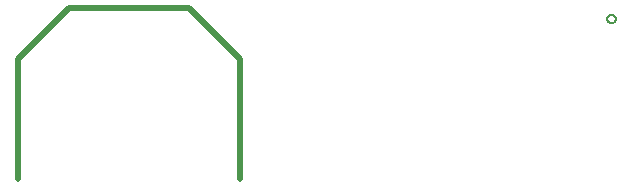
<source format=gbo>
G75*
%MOIN*%
%OFA0B0*%
%FSLAX25Y25*%
%IPPOS*%
%LPD*%
%AMOC8*
5,1,8,0,0,1.08239X$1,22.5*
%
%ADD10C,0.00500*%
%ADD11C,0.02000*%
D10*
X0301392Y0106721D02*
X0301394Y0106795D01*
X0301400Y0106869D01*
X0301410Y0106942D01*
X0301423Y0107015D01*
X0301441Y0107087D01*
X0301462Y0107158D01*
X0301488Y0107228D01*
X0301516Y0107296D01*
X0301549Y0107363D01*
X0301585Y0107428D01*
X0301624Y0107490D01*
X0301667Y0107551D01*
X0301712Y0107609D01*
X0301761Y0107665D01*
X0301813Y0107718D01*
X0301867Y0107769D01*
X0301924Y0107816D01*
X0301984Y0107860D01*
X0302046Y0107901D01*
X0302110Y0107939D01*
X0302175Y0107973D01*
X0302243Y0108003D01*
X0302312Y0108030D01*
X0302382Y0108054D01*
X0302454Y0108073D01*
X0302526Y0108089D01*
X0302599Y0108101D01*
X0302673Y0108109D01*
X0302747Y0108113D01*
X0302821Y0108113D01*
X0302895Y0108109D01*
X0302969Y0108101D01*
X0303042Y0108089D01*
X0303114Y0108073D01*
X0303186Y0108054D01*
X0303256Y0108030D01*
X0303325Y0108003D01*
X0303393Y0107973D01*
X0303458Y0107939D01*
X0303522Y0107901D01*
X0303584Y0107860D01*
X0303644Y0107816D01*
X0303701Y0107769D01*
X0303755Y0107718D01*
X0303807Y0107665D01*
X0303856Y0107609D01*
X0303901Y0107551D01*
X0303944Y0107490D01*
X0303983Y0107428D01*
X0304019Y0107363D01*
X0304052Y0107296D01*
X0304080Y0107228D01*
X0304106Y0107158D01*
X0304127Y0107087D01*
X0304145Y0107015D01*
X0304158Y0106942D01*
X0304168Y0106869D01*
X0304174Y0106795D01*
X0304176Y0106721D01*
X0304174Y0106647D01*
X0304168Y0106573D01*
X0304158Y0106500D01*
X0304145Y0106427D01*
X0304127Y0106355D01*
X0304106Y0106284D01*
X0304080Y0106214D01*
X0304052Y0106146D01*
X0304019Y0106079D01*
X0303983Y0106014D01*
X0303944Y0105952D01*
X0303901Y0105891D01*
X0303856Y0105833D01*
X0303807Y0105777D01*
X0303755Y0105724D01*
X0303701Y0105673D01*
X0303644Y0105626D01*
X0303584Y0105582D01*
X0303522Y0105541D01*
X0303458Y0105503D01*
X0303393Y0105469D01*
X0303325Y0105439D01*
X0303256Y0105412D01*
X0303186Y0105388D01*
X0303114Y0105369D01*
X0303042Y0105353D01*
X0302969Y0105341D01*
X0302895Y0105333D01*
X0302821Y0105329D01*
X0302747Y0105329D01*
X0302673Y0105333D01*
X0302599Y0105341D01*
X0302526Y0105353D01*
X0302454Y0105369D01*
X0302382Y0105388D01*
X0302312Y0105412D01*
X0302243Y0105439D01*
X0302175Y0105469D01*
X0302110Y0105503D01*
X0302046Y0105541D01*
X0301984Y0105582D01*
X0301924Y0105626D01*
X0301867Y0105673D01*
X0301813Y0105724D01*
X0301761Y0105777D01*
X0301712Y0105833D01*
X0301667Y0105891D01*
X0301624Y0105952D01*
X0301585Y0106014D01*
X0301549Y0106079D01*
X0301516Y0106146D01*
X0301488Y0106214D01*
X0301462Y0106284D01*
X0301441Y0106355D01*
X0301423Y0106427D01*
X0301410Y0106500D01*
X0301400Y0106573D01*
X0301394Y0106647D01*
X0301392Y0106721D01*
D11*
X0104957Y0093454D02*
X0104957Y0053454D01*
X0178957Y0053454D02*
X0178957Y0093454D01*
X0161957Y0110454D01*
X0121957Y0110454D01*
X0104957Y0093454D01*
M02*

</source>
